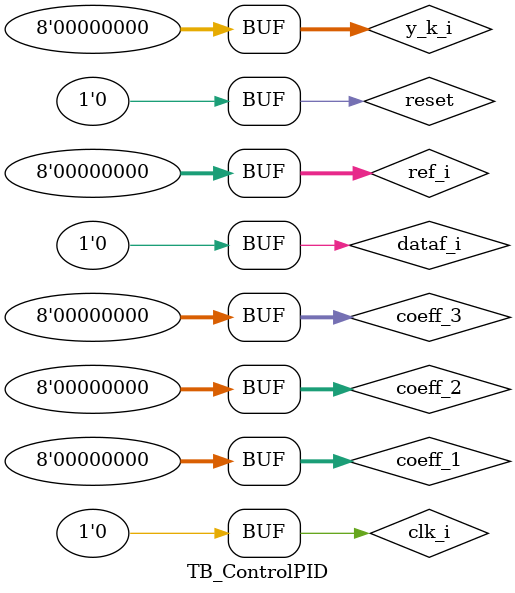
<source format=v>
`timescale 1ns / 1ps


module TB_ControlPID;

	// Inputs
	reg [7:0] y_k_i;
	reg clk_i;
	reg dataf_i;
	reg reset;
	reg [7:0] coeff_1;
	reg [7:0] coeff_2;
	reg [7:0] coeff_3;
	reg [7:0] ref_i;

	// Outputs
	wire dataf_oo;
	wire [15:0] servo_o;

	// Instantiate the Unit Under Test (UUT)
	ControlPID uut (
		.dataf_oo(dataf_oo), 
		.y_k_i(y_k_i), 
		.clk_i(clk_i), 
		.dataf_i(dataf_i), 
		.reset(reset), 
		.coeff_1(coeff_1), 
		.coeff_2(coeff_2), 
		.coeff_3(coeff_3), 
		.ref_i(ref_i), 
		.servo_o(servo_o)
	);

	initial begin
		// Initialize Inputs
		y_k_i = 0;
		clk_i = 0;
		dataf_i = 0;
		reset = 0;
		coeff_1 = 0;
		coeff_2 = 0;
		coeff_3 = 0;
		ref_i = 0;

		// Wait 100 ns for global reset to finish
		#100;
        
		// Add stimulus here

	end
      
endmodule


</source>
